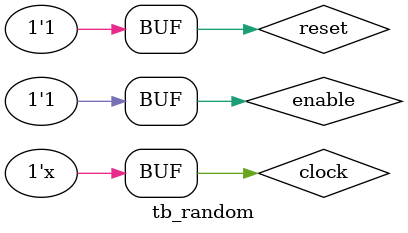
<source format=v>
`timescale 1ns / 1ps


module tb_random;

	// Inputs
	reg clock;
	reg reset;
	reg enable;

	// Outputs
	wire [7:0] rnd;

	// Instantiate the Unit Under Test (UUT)
	random uut (
		.clock(clock), 
		.reset(reset), 
		.enable(enable), 
		.rnd(rnd)
	);

	initial begin
		// Initialize Inputs
		clock = 0;
		reset = 1;
		enable = 1;

		#1 reset = 0;
		#1 reset = 1;
		// Wait 100 ns for global reset to finish
		#100;
        
		// Add stimulus here

	end
      
always begin 
	#1 clock = ~clock;
end

endmodule


</source>
